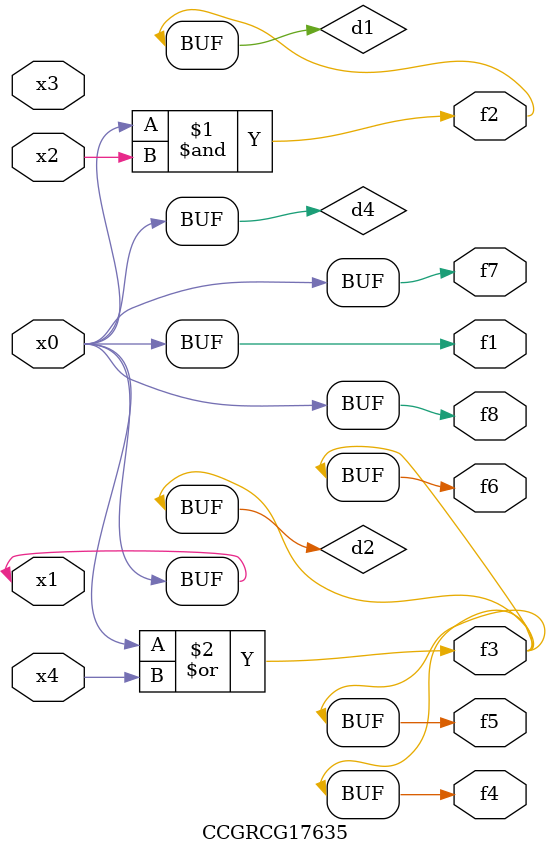
<source format=v>
module CCGRCG17635(
	input x0, x1, x2, x3, x4,
	output f1, f2, f3, f4, f5, f6, f7, f8
);

	wire d1, d2, d3, d4;

	and (d1, x0, x2);
	or (d2, x0, x4);
	nand (d3, x0, x2);
	buf (d4, x0, x1);
	assign f1 = d4;
	assign f2 = d1;
	assign f3 = d2;
	assign f4 = d2;
	assign f5 = d2;
	assign f6 = d2;
	assign f7 = d4;
	assign f8 = d4;
endmodule

</source>
